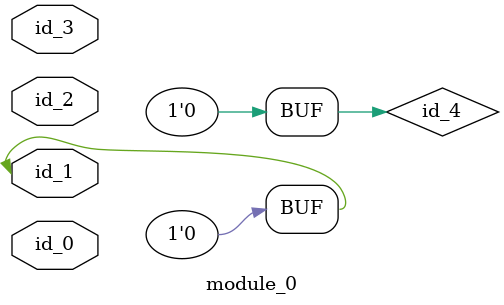
<source format=v>
`define pp_4 0
`define pp_5 0
`timescale 1ps / 1ps
module module_0 (
    input id_0,
    input id_1,
    input id_2,
    input id_3
);
  assign id_4 = id_1;
  type_6 id_5 (
      .id_0(1'b0),
      .id_1(1),
      .id_2(id_1),
      .id_3(1),
      .id_4(id_2 & 1),
      .id_5(id_0)
  );
  assign id_4 = 1'b0;
endmodule

</source>
